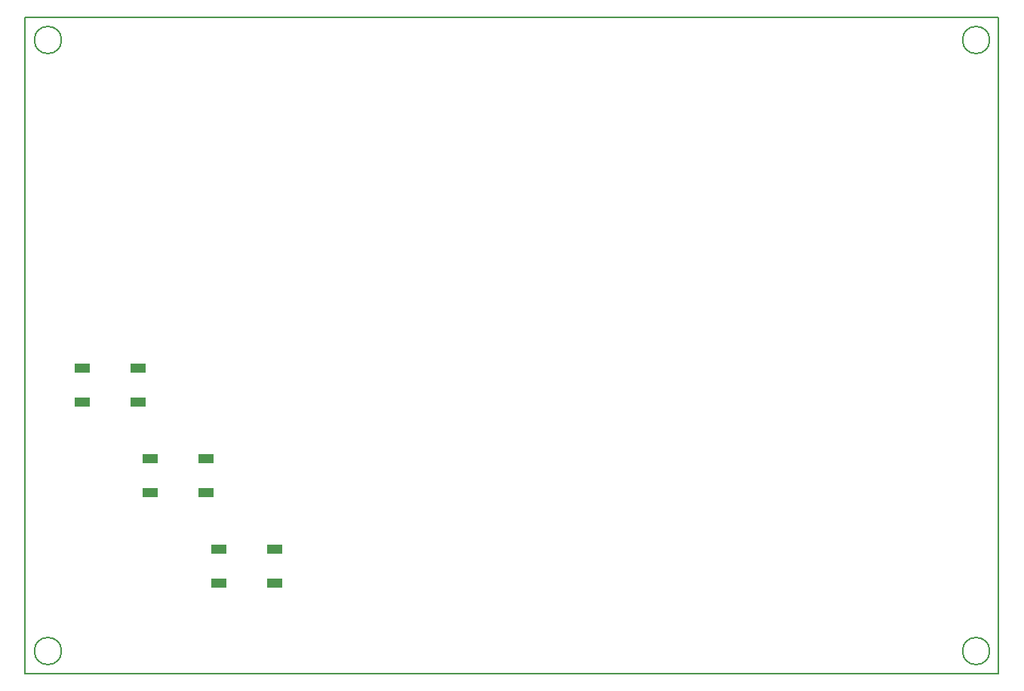
<source format=gtp>
%TF.GenerationSoftware,KiCad,Pcbnew,7.0.2-6a45011f42~172~ubuntu22.10.1*%
%TF.CreationDate,2023-08-03T13:44:27+05:00*%
%TF.ProjectId,id4,6964342e-6b69-4636-9164-5f7063625858,1*%
%TF.SameCoordinates,Original*%
%TF.FileFunction,Paste,Top*%
%TF.FilePolarity,Positive*%
%FSLAX46Y46*%
G04 Gerber Fmt 4.6, Leading zero omitted, Abs format (unit mm)*
G04 Created by KiCad (PCBNEW 7.0.2-6a45011f42~172~ubuntu22.10.1) date 2023-08-03 13:44:27*
%MOMM*%
%LPD*%
G01*
G04 APERTURE LIST*
%ADD10R,1.700000X1.000000*%
%TA.AperFunction,Profile*%
%ADD11C,0.150000*%
%TD*%
%TA.AperFunction,Profile*%
%ADD12C,0.200000*%
%TD*%
G04 APERTURE END LIST*
D10*
%TO.C,SW1*%
X138557000Y-113030000D03*
X144857000Y-113030000D03*
X138557000Y-116830000D03*
X144857000Y-116830000D03*
%TD*%
%TO.C,SW2*%
X123215000Y-92715000D03*
X129515000Y-92715000D03*
X123215000Y-96515000D03*
X129515000Y-96515000D03*
%TD*%
%TO.C,SW3*%
X130835000Y-102875000D03*
X137135000Y-102875000D03*
X130835000Y-106675000D03*
X137135000Y-106675000D03*
%TD*%
D11*
X120904000Y-55880000D02*
G75*
G03*
X120904000Y-55880000I-1524000J0D01*
G01*
X225044000Y-124460000D02*
G75*
G03*
X225044000Y-124460000I-1524000J0D01*
G01*
X120904000Y-124460000D02*
G75*
G03*
X120904000Y-124460000I-1524000J0D01*
G01*
D12*
X116840000Y-53340000D02*
X226060000Y-53340000D01*
X226060000Y-127000000D01*
X116840000Y-127000000D01*
X116840000Y-53340000D01*
D11*
X225044000Y-55880000D02*
G75*
G03*
X225044000Y-55880000I-1524000J0D01*
G01*
M02*

</source>
